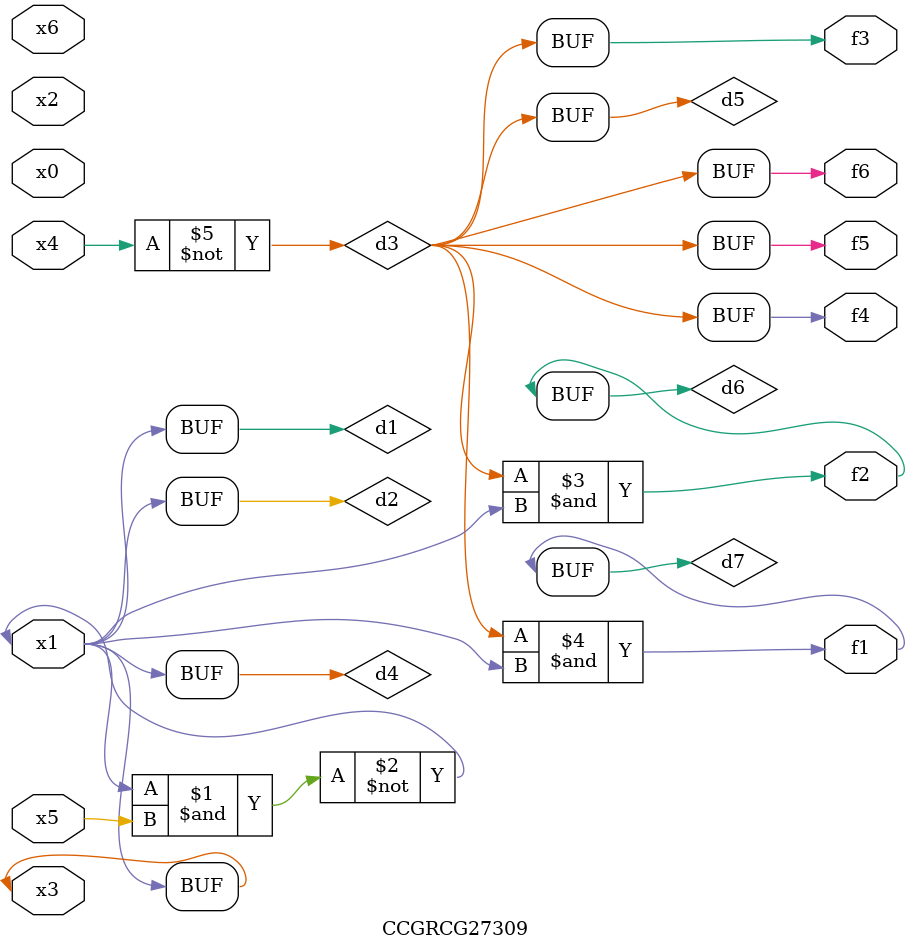
<source format=v>
module CCGRCG27309(
	input x0, x1, x2, x3, x4, x5, x6,
	output f1, f2, f3, f4, f5, f6
);

	wire d1, d2, d3, d4, d5, d6, d7;

	buf (d1, x1, x3);
	nand (d2, x1, x5);
	not (d3, x4);
	buf (d4, d1, d2);
	buf (d5, d3);
	and (d6, d3, d4);
	and (d7, d3, d4);
	assign f1 = d7;
	assign f2 = d6;
	assign f3 = d5;
	assign f4 = d5;
	assign f5 = d5;
	assign f6 = d5;
endmodule

</source>
